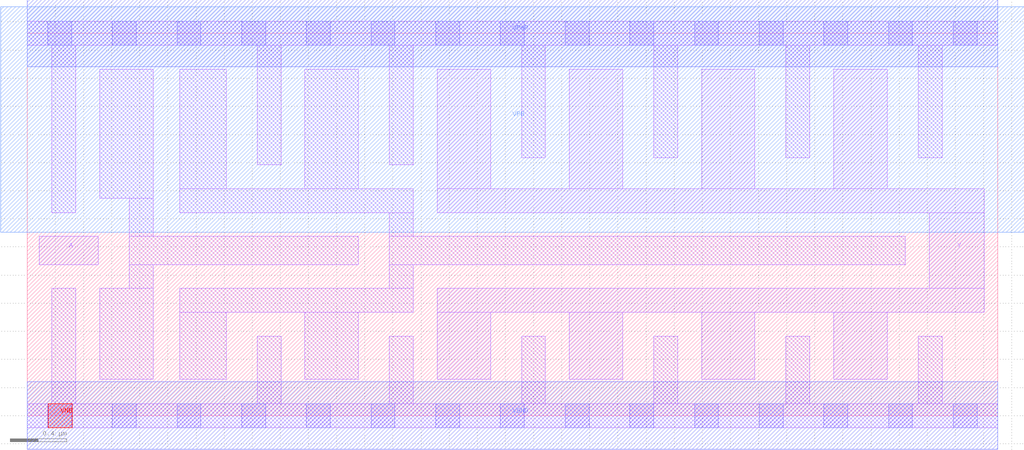
<source format=lef>
# Copyright 2020 The SkyWater PDK Authors
#
# Licensed under the Apache License, Version 2.0 (the "License");
# you may not use this file except in compliance with the License.
# You may obtain a copy of the License at
#
#     https://www.apache.org/licenses/LICENSE-2.0
#
# Unless required by applicable law or agreed to in writing, software
# distributed under the License is distributed on an "AS IS" BASIS,
# WITHOUT WARRANTIES OR CONDITIONS OF ANY KIND, either express or implied.
# See the License for the specific language governing permissions and
# limitations under the License.
#
# SPDX-License-Identifier: Apache-2.0

VERSION 5.7 ;
  NOWIREEXTENSIONATPIN ON ;
  DIVIDERCHAR "/" ;
  BUSBITCHARS "[]" ;
PROPERTYDEFINITIONS
  MACRO maskLayoutSubType STRING ;
  MACRO prCellType STRING ;
  MACRO originalViewName STRING ;
END PROPERTYDEFINITIONS
MACRO sky130_fd_sc_hdll__bufinv_8
  CLASS CORE ;
  FOREIGN sky130_fd_sc_hdll__bufinv_8 ;
  ORIGIN  0.000000  0.000000 ;
  SIZE  6.900000 BY  2.720000 ;
  SYMMETRY X Y R90 ;
  SITE unithd ;
  PIN A
    ANTENNAGATEAREA  0.277500 ;
    DIRECTION INPUT ;
    USE SIGNAL ;
    PORT
      LAYER li1 ;
        RECT 0.085000 1.075000 0.505000 1.275000 ;
    END
  END A
  PIN Y
    ANTENNADIFFAREA  2.024500 ;
    DIRECTION OUTPUT ;
    USE SIGNAL ;
    PORT
      LAYER li1 ;
        RECT 2.915000 0.260000 3.295000 0.735000 ;
        RECT 2.915000 0.735000 6.805000 0.905000 ;
        RECT 2.915000 1.445000 6.805000 1.615000 ;
        RECT 2.915000 1.615000 3.295000 2.465000 ;
        RECT 3.855000 0.260000 4.235000 0.735000 ;
        RECT 3.855000 1.615000 4.235000 2.465000 ;
        RECT 4.795000 0.260000 5.175000 0.735000 ;
        RECT 4.795000 1.615000 5.175000 2.465000 ;
        RECT 5.735000 0.260000 6.115000 0.735000 ;
        RECT 5.735000 1.615000 6.115000 2.465000 ;
        RECT 6.415000 0.905000 6.805000 1.445000 ;
    END
  END Y
  PIN VGND
    DIRECTION INOUT ;
    USE GROUND ;
    PORT
      LAYER met1 ;
        RECT 0.000000 -0.240000 6.900000 0.240000 ;
    END
  END VGND
  PIN VNB
    DIRECTION INOUT ;
    USE GROUND ;
    PORT
      LAYER pwell ;
        RECT 0.150000 -0.085000 0.320000 0.085000 ;
    END
  END VNB
  PIN VPB
    DIRECTION INOUT ;
    USE POWER ;
    PORT
      LAYER nwell ;
        RECT -0.190000 1.305000 7.090000 2.910000 ;
    END
  END VPB
  PIN VPWR
    DIRECTION INOUT ;
    USE POWER ;
    PORT
      LAYER met1 ;
        RECT 0.000000 2.480000 6.900000 2.960000 ;
    END
  END VPWR
  OBS
    LAYER li1 ;
      RECT 0.000000 -0.085000 6.900000 0.085000 ;
      RECT 0.000000  2.635000 6.900000 2.805000 ;
      RECT 0.175000  0.085000 0.345000 0.905000 ;
      RECT 0.175000  1.445000 0.345000 2.635000 ;
      RECT 0.515000  0.260000 0.895000 0.905000 ;
      RECT 0.515000  1.545000 0.895000 2.465000 ;
      RECT 0.725000  0.905000 0.895000 1.075000 ;
      RECT 0.725000  1.075000 2.355000 1.275000 ;
      RECT 0.725000  1.275000 0.895000 1.545000 ;
      RECT 1.085000  0.260000 1.415000 0.735000 ;
      RECT 1.085000  0.735000 2.745000 0.905000 ;
      RECT 1.085000  1.445000 2.745000 1.615000 ;
      RECT 1.085000  1.615000 1.415000 2.465000 ;
      RECT 1.635000  0.085000 1.805000 0.565000 ;
      RECT 1.635000  1.785000 1.805000 2.635000 ;
      RECT 1.975000  0.260000 2.355000 0.735000 ;
      RECT 1.975000  1.615000 2.355000 2.465000 ;
      RECT 2.575000  0.085000 2.745000 0.565000 ;
      RECT 2.575000  0.905000 2.745000 1.075000 ;
      RECT 2.575000  1.075000 6.245000 1.275000 ;
      RECT 2.575000  1.275000 2.745000 1.445000 ;
      RECT 2.575000  1.785000 2.745000 2.635000 ;
      RECT 3.515000  0.085000 3.685000 0.565000 ;
      RECT 3.515000  1.835000 3.685000 2.635000 ;
      RECT 4.455000  0.085000 4.625000 0.565000 ;
      RECT 4.455000  1.835000 4.625000 2.635000 ;
      RECT 5.395000  0.085000 5.565000 0.565000 ;
      RECT 5.395000  1.835000 5.565000 2.635000 ;
      RECT 6.335000  0.085000 6.505000 0.565000 ;
      RECT 6.335000  1.835000 6.505000 2.635000 ;
    LAYER mcon ;
      RECT 0.145000 -0.085000 0.315000 0.085000 ;
      RECT 0.145000  2.635000 0.315000 2.805000 ;
      RECT 0.605000 -0.085000 0.775000 0.085000 ;
      RECT 0.605000  2.635000 0.775000 2.805000 ;
      RECT 1.065000 -0.085000 1.235000 0.085000 ;
      RECT 1.065000  2.635000 1.235000 2.805000 ;
      RECT 1.525000 -0.085000 1.695000 0.085000 ;
      RECT 1.525000  2.635000 1.695000 2.805000 ;
      RECT 1.985000 -0.085000 2.155000 0.085000 ;
      RECT 1.985000  2.635000 2.155000 2.805000 ;
      RECT 2.445000 -0.085000 2.615000 0.085000 ;
      RECT 2.445000  2.635000 2.615000 2.805000 ;
      RECT 2.905000 -0.085000 3.075000 0.085000 ;
      RECT 2.905000  2.635000 3.075000 2.805000 ;
      RECT 3.365000 -0.085000 3.535000 0.085000 ;
      RECT 3.365000  2.635000 3.535000 2.805000 ;
      RECT 3.825000 -0.085000 3.995000 0.085000 ;
      RECT 3.825000  2.635000 3.995000 2.805000 ;
      RECT 4.285000 -0.085000 4.455000 0.085000 ;
      RECT 4.285000  2.635000 4.455000 2.805000 ;
      RECT 4.745000 -0.085000 4.915000 0.085000 ;
      RECT 4.745000  2.635000 4.915000 2.805000 ;
      RECT 5.205000 -0.085000 5.375000 0.085000 ;
      RECT 5.205000  2.635000 5.375000 2.805000 ;
      RECT 5.665000 -0.085000 5.835000 0.085000 ;
      RECT 5.665000  2.635000 5.835000 2.805000 ;
      RECT 6.125000 -0.085000 6.295000 0.085000 ;
      RECT 6.125000  2.635000 6.295000 2.805000 ;
      RECT 6.585000 -0.085000 6.755000 0.085000 ;
      RECT 6.585000  2.635000 6.755000 2.805000 ;
  END
  PROPERTY maskLayoutSubType "abstract" ;
  PROPERTY prCellType "standard" ;
  PROPERTY originalViewName "layout" ;
END sky130_fd_sc_hdll__bufinv_8
END LIBRARY

</source>
